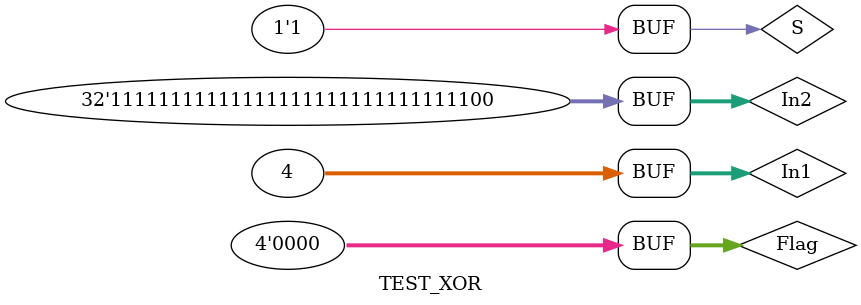
<source format=v>
module TEST_XOR;	//[N, Z, C, V}]
reg signed [31:0] In1, In2;
reg S;
reg [3:0] Flag;
wire signed [31:0] Result;
wire [3:0] New_Flag;

initial
begin

In1=2; In2=3; Flag=4'b0000; S=1; 
#10 In1=32'b11110000111100001111000011110000; In2= 32'b11111111000000001111111100000000; S=1; 
#10 In1=-6; In2=-2; S=1;
#10 In1=32'b11111111111111111111111111111111; In2=9; S=1;
#10 In1=1000000; In2=2147483647; S=1;
#10 In1=4; In2=-4; S=1;
end
initial
begin
$monitor($time, " In1.=%b, In2.=%b, Result=%b, Flag=%b", In1, In2, Result, New_Flag);
end
XOR xor1(In1, In2, Result,Flag,S,New_Flag);

endmodule

</source>
